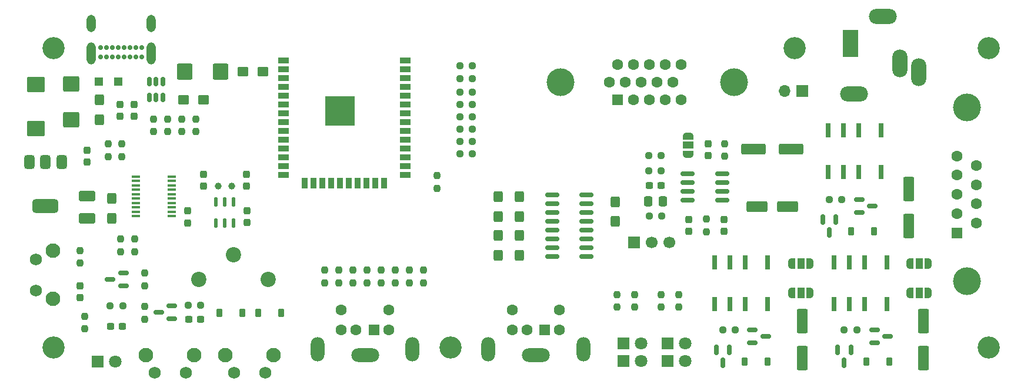
<source format=gts>
%TF.GenerationSoftware,KiCad,Pcbnew,9.0.6*%
%TF.CreationDate,2025-12-03T13:03:29+01:00*%
%TF.ProjectId,nTerm2-S FT231,6e546572-6d32-42d5-9320-46543233312e,0.11*%
%TF.SameCoordinates,Original*%
%TF.FileFunction,Soldermask,Top*%
%TF.FilePolarity,Negative*%
%FSLAX46Y46*%
G04 Gerber Fmt 4.6, Leading zero omitted, Abs format (unit mm)*
G04 Created by KiCad (PCBNEW 9.0.6) date 2025-12-03 13:03:29*
%MOMM*%
%LPD*%
G01*
G04 APERTURE LIST*
G04 Aperture macros list*
%AMRoundRect*
0 Rectangle with rounded corners*
0 $1 Rounding radius*
0 $2 $3 $4 $5 $6 $7 $8 $9 X,Y pos of 4 corners*
0 Add a 4 corners polygon primitive as box body*
4,1,4,$2,$3,$4,$5,$6,$7,$8,$9,$2,$3,0*
0 Add four circle primitives for the rounded corners*
1,1,$1+$1,$2,$3*
1,1,$1+$1,$4,$5*
1,1,$1+$1,$6,$7*
1,1,$1+$1,$8,$9*
0 Add four rect primitives between the rounded corners*
20,1,$1+$1,$2,$3,$4,$5,0*
20,1,$1+$1,$4,$5,$6,$7,0*
20,1,$1+$1,$6,$7,$8,$9,0*
20,1,$1+$1,$8,$9,$2,$3,0*%
%AMFreePoly0*
4,1,23,0.550000,-0.750000,0.000000,-0.750000,0.000000,-0.745722,-0.065263,-0.745722,-0.191342,-0.711940,-0.304381,-0.646677,-0.396677,-0.554381,-0.461940,-0.441342,-0.495722,-0.315263,-0.495722,-0.250000,-0.500000,-0.250000,-0.500000,0.250000,-0.495722,0.250000,-0.495722,0.315263,-0.461940,0.441342,-0.396677,0.554381,-0.304381,0.646677,-0.191342,0.711940,-0.065263,0.745722,0.000000,0.745722,
0.000000,0.750000,0.550000,0.750000,0.550000,-0.750000,0.550000,-0.750000,$1*%
%AMFreePoly1*
4,1,23,0.000000,0.745722,0.065263,0.745722,0.191342,0.711940,0.304381,0.646677,0.396677,0.554381,0.461940,0.441342,0.495722,0.315263,0.495722,0.250000,0.500000,0.250000,0.500000,-0.250000,0.495722,-0.250000,0.495722,-0.315263,0.461940,-0.441342,0.396677,-0.554381,0.304381,-0.646677,0.191342,-0.711940,0.065263,-0.745722,0.000000,-0.745722,0.000000,-0.750000,-0.550000,-0.750000,
-0.550000,0.750000,0.000000,0.750000,0.000000,0.745722,0.000000,0.745722,$1*%
G04 Aperture macros list end*
%ADD10RoundRect,0.250000X0.425000X-0.537500X0.425000X0.537500X-0.425000X0.537500X-0.425000X-0.537500X0*%
%ADD11RoundRect,0.237500X-0.237500X0.250000X-0.237500X-0.250000X0.237500X-0.250000X0.237500X0.250000X0*%
%ADD12C,3.200000*%
%ADD13RoundRect,0.237500X-0.250000X-0.237500X0.250000X-0.237500X0.250000X0.237500X-0.250000X0.237500X0*%
%ADD14FreePoly0,90.000000*%
%ADD15R,1.500000X1.000000*%
%ADD16FreePoly1,90.000000*%
%ADD17RoundRect,0.132500X0.132500X-0.532500X0.132500X0.532500X-0.132500X0.532500X-0.132500X-0.532500X0*%
%ADD18RoundRect,0.225000X-0.225000X-0.375000X0.225000X-0.375000X0.225000X0.375000X-0.225000X0.375000X0*%
%ADD19R,0.700000X2.000000*%
%ADD20C,1.750000*%
%ADD21C,2.100000*%
%ADD22R,1.700000X1.700000*%
%ADD23O,1.700000X1.700000*%
%ADD24R,1.500000X0.900000*%
%ADD25R,0.900000X1.500000*%
%ADD26C,0.600000*%
%ADD27R,4.200000X4.200000*%
%ADD28RoundRect,0.237500X0.237500X-0.250000X0.237500X0.250000X-0.237500X0.250000X-0.237500X-0.250000X0*%
%ADD29RoundRect,0.237500X-0.237500X0.300000X-0.237500X-0.300000X0.237500X-0.300000X0.237500X0.300000X0*%
%ADD30R,1.600000X1.600000*%
%ADD31C,1.600000*%
%ADD32O,2.000000X3.500000*%
%ADD33O,4.000000X2.000000*%
%ADD34RoundRect,0.250000X0.550000X-1.500000X0.550000X1.500000X-0.550000X1.500000X-0.550000X-1.500000X0*%
%ADD35RoundRect,0.237500X0.237500X-0.300000X0.237500X0.300000X-0.237500X0.300000X-0.237500X-0.300000X0*%
%ADD36R,1.800000X1.800000*%
%ADD37C,1.800000*%
%ADD38RoundRect,0.150000X-0.825000X-0.150000X0.825000X-0.150000X0.825000X0.150000X-0.825000X0.150000X0*%
%ADD39RoundRect,0.237500X0.250000X0.237500X-0.250000X0.237500X-0.250000X-0.237500X0.250000X-0.237500X0*%
%ADD40RoundRect,0.250000X-0.425000X0.537500X-0.425000X-0.537500X0.425000X-0.537500X0.425000X0.537500X0*%
%ADD41FreePoly0,0.000000*%
%ADD42R,1.000000X1.500000*%
%ADD43FreePoly1,0.000000*%
%ADD44RoundRect,0.237500X0.300000X0.237500X-0.300000X0.237500X-0.300000X-0.237500X0.300000X-0.237500X0*%
%ADD45RoundRect,0.225000X0.225000X0.375000X-0.225000X0.375000X-0.225000X-0.375000X0.225000X-0.375000X0*%
%ADD46RoundRect,0.375000X-0.375000X0.625000X-0.375000X-0.625000X0.375000X-0.625000X0.375000X0.625000X0*%
%ADD47RoundRect,0.500000X-1.400000X0.500000X-1.400000X-0.500000X1.400000X-0.500000X1.400000X0.500000X0*%
%ADD48RoundRect,0.250000X0.875000X0.925000X-0.875000X0.925000X-0.875000X-0.925000X0.875000X-0.925000X0*%
%ADD49RoundRect,0.250000X1.025000X-0.875000X1.025000X0.875000X-1.025000X0.875000X-1.025000X-0.875000X0*%
%ADD50RoundRect,0.150000X-0.587500X-0.150000X0.587500X-0.150000X0.587500X0.150000X-0.587500X0.150000X0*%
%ADD51RoundRect,0.237500X-0.300000X-0.237500X0.300000X-0.237500X0.300000X0.237500X-0.300000X0.237500X0*%
%ADD52RoundRect,0.150000X-0.150000X0.587500X-0.150000X-0.587500X0.150000X-0.587500X0.150000X0.587500X0*%
%ADD53RoundRect,0.150000X0.587500X0.150000X-0.587500X0.150000X-0.587500X-0.150000X0.587500X-0.150000X0*%
%ADD54C,0.700000*%
%ADD55O,1.300000X3.200000*%
%ADD56O,1.300000X2.500000*%
%ADD57RoundRect,0.250001X0.924999X-0.499999X0.924999X0.499999X-0.924999X0.499999X-0.924999X-0.499999X0*%
%ADD58C,2.200000*%
%ADD59RoundRect,0.150000X0.150000X-0.512500X0.150000X0.512500X-0.150000X0.512500X-0.150000X-0.512500X0*%
%ADD60C,4.000000*%
%ADD61RoundRect,0.250000X-1.250000X-0.550000X1.250000X-0.550000X1.250000X0.550000X-1.250000X0.550000X0*%
%ADD62RoundRect,0.250000X-1.500000X-0.550000X1.500000X-0.550000X1.500000X0.550000X-1.500000X0.550000X0*%
%ADD63C,1.700000*%
%ADD64RoundRect,0.250000X-0.337500X-0.475000X0.337500X-0.475000X0.337500X0.475000X-0.337500X0.475000X0*%
%ADD65RoundRect,0.250000X0.537500X0.425000X-0.537500X0.425000X-0.537500X-0.425000X0.537500X-0.425000X0*%
%ADD66O,2.200000X4.000000*%
%ADD67O,4.000000X2.200000*%
%ADD68R,2.200000X4.000000*%
%ADD69C,1.000000*%
%ADD70RoundRect,0.250000X0.925000X-0.875000X0.925000X0.875000X-0.925000X0.875000X-0.925000X-0.875000X0*%
%ADD71R,1.200000X0.400000*%
%ADD72R,1.200000X1.200000*%
G04 APERTURE END LIST*
D10*
%TO.C,C14*%
X87045800Y-85796400D03*
X87045800Y-88671400D03*
%TD*%
D11*
%TO.C,R42*%
X90297000Y-94027000D03*
X90297000Y-92202000D03*
%TD*%
%TO.C,R41*%
X88392000Y-94027000D03*
X88392000Y-92202000D03*
%TD*%
%TO.C,R28*%
X84266000Y-107528500D03*
X84266000Y-109353500D03*
%TD*%
D12*
%TO.C,H4*%
X215076000Y-121498500D03*
%TD*%
D13*
%TO.C,R2*%
X138956000Y-84668500D03*
X140781000Y-84668500D03*
%TD*%
D11*
%TO.C,R26*%
X96901000Y-88596000D03*
X96901000Y-90421000D03*
%TD*%
D13*
%TO.C,R33*%
X176792500Y-118999000D03*
X178617500Y-118999000D03*
%TD*%
D12*
%TO.C,H1*%
X80456000Y-78318500D03*
%TD*%
D14*
%TO.C,OPT1*%
X171856400Y-93644100D03*
D15*
X171856400Y-92344100D03*
D16*
X171856400Y-91044100D03*
%TD*%
D17*
%TO.C,U4*%
X103820000Y-103632000D03*
X105090000Y-103632000D03*
X106360000Y-103632000D03*
X106360000Y-100582000D03*
X105090000Y-100582000D03*
X103820000Y-100582000D03*
%TD*%
D11*
%TO.C,R18*%
X177088800Y-92140900D03*
X177088800Y-93965900D03*
%TD*%
D18*
%TO.C,D10*%
X179992000Y-123571000D03*
X183292000Y-123571000D03*
%TD*%
D19*
%TO.C,K1*%
X200471000Y-109268500D03*
X197271000Y-109268500D03*
X195071000Y-109268500D03*
X192871000Y-109268500D03*
X192871000Y-115268500D03*
X195071000Y-115268500D03*
X197271000Y-115268500D03*
X200471000Y-115268500D03*
%TD*%
D20*
%TO.C,SW2*%
X99506000Y-125172000D03*
X95006000Y-125172000D03*
D21*
X100756000Y-122682000D03*
X93746000Y-122682000D03*
%TD*%
D22*
%TO.C,J7*%
X188295200Y-84582000D03*
D23*
X185755200Y-84582000D03*
%TD*%
D11*
%TO.C,R17*%
X174436000Y-102997000D03*
X174436000Y-104822000D03*
%TD*%
D24*
%TO.C,U1*%
X113616000Y-80096500D03*
X113616000Y-81366500D03*
X113616000Y-82636500D03*
X113616000Y-83906500D03*
X113616000Y-85176500D03*
X113616000Y-86446500D03*
X113616000Y-87716500D03*
X113616000Y-88986500D03*
X113616000Y-90256500D03*
X113616000Y-91526500D03*
X113616000Y-92796500D03*
X113616000Y-94066500D03*
X113616000Y-95336500D03*
X113616000Y-96606500D03*
D25*
X116656000Y-97856500D03*
X117926000Y-97856500D03*
X119196000Y-97856500D03*
X120466000Y-97856500D03*
X121736000Y-97856500D03*
X123006000Y-97856500D03*
X124276000Y-97856500D03*
X125546000Y-97856500D03*
X126816000Y-97856500D03*
X128086000Y-97856500D03*
D24*
X131116000Y-96606500D03*
X131116000Y-95336500D03*
X131116000Y-94066500D03*
X131116000Y-92796500D03*
X131116000Y-91526500D03*
X131116000Y-90256500D03*
X131116000Y-88986500D03*
X131116000Y-87716500D03*
X131116000Y-86446500D03*
X131116000Y-85176500D03*
X131116000Y-83906500D03*
X131116000Y-82636500D03*
X131116000Y-81366500D03*
X131116000Y-80096500D03*
D26*
X120161000Y-86674000D03*
X120161000Y-88199000D03*
X120923500Y-85911500D03*
X120923500Y-87436500D03*
X120923500Y-88961500D03*
X121686000Y-86674000D03*
D27*
X121686000Y-87436500D03*
D26*
X121686000Y-88199000D03*
X122448500Y-85911500D03*
X122448500Y-87436500D03*
X122448500Y-88961500D03*
X123211000Y-86674000D03*
X123211000Y-88199000D03*
%TD*%
D28*
%TO.C,R14*%
X127635000Y-112188000D03*
X127635000Y-110363000D03*
%TD*%
D20*
%TO.C,SW1*%
X110936000Y-125172000D03*
X106436000Y-125172000D03*
D21*
X112186000Y-122682000D03*
X105176000Y-122682000D03*
%TD*%
D13*
%TO.C,R34*%
X192128500Y-100203000D03*
X193953500Y-100203000D03*
%TD*%
D29*
%TO.C,C6*%
X176976000Y-103047000D03*
X176976000Y-104772000D03*
%TD*%
D30*
%TO.C,J2*%
X126616000Y-118958500D03*
D31*
X124016000Y-118958500D03*
X128716000Y-118958500D03*
X121916000Y-118958500D03*
X128716000Y-116158500D03*
X121916000Y-116158500D03*
D32*
X118466000Y-121808500D03*
D33*
X125316000Y-122608500D03*
D32*
X132166000Y-121808500D03*
%TD*%
D34*
%TO.C,C25*%
X205740000Y-123096000D03*
X205740000Y-117696000D03*
%TD*%
D13*
%TO.C,R4*%
X138956000Y-88224500D03*
X140781000Y-88224500D03*
%TD*%
D35*
%TO.C,C30*%
X90043000Y-88212000D03*
X90043000Y-86487000D03*
%TD*%
D13*
%TO.C,R32*%
X194287500Y-118999000D03*
X196112500Y-118999000D03*
%TD*%
D35*
%TO.C,C29*%
X92075000Y-88212000D03*
X92075000Y-86487000D03*
%TD*%
D34*
%TO.C,C26*%
X188279000Y-123096000D03*
X188279000Y-117696000D03*
%TD*%
D36*
%TO.C,D11*%
X162498000Y-120988500D03*
D37*
X165038000Y-120988500D03*
D36*
X162498000Y-123528500D03*
D37*
X165038000Y-123528500D03*
%TD*%
D11*
%TO.C,R38*%
X170499000Y-113878500D03*
X170499000Y-115703500D03*
%TD*%
D38*
%TO.C,U2*%
X171778499Y-96520000D03*
X171778499Y-97790000D03*
X171778499Y-99060000D03*
X171778499Y-100330000D03*
X176728499Y-100330000D03*
X176728499Y-99060000D03*
X176728499Y-97790000D03*
X176728499Y-96520000D03*
%TD*%
D39*
%TO.C,R8*%
X140781000Y-80858500D03*
X138956000Y-80858500D03*
%TD*%
D29*
%TO.C,C24*%
X85344000Y-93093200D03*
X85344000Y-94818200D03*
%TD*%
D28*
%TO.C,R12*%
X121539000Y-112188000D03*
X121539000Y-110363000D03*
%TD*%
D40*
%TO.C,C10*%
X147574000Y-105369500D03*
X147574000Y-108244500D03*
%TD*%
D41*
%TO.C,OPT3*%
X203775000Y-113665000D03*
D42*
X205075000Y-113665000D03*
D43*
X206375000Y-113665000D03*
%TD*%
D28*
%TO.C,R40*%
X92202000Y-107743000D03*
X92202000Y-105918000D03*
%TD*%
D36*
%TO.C,D12*%
X168848000Y-120988500D03*
D37*
X171388000Y-120988500D03*
D36*
X168848000Y-123528500D03*
D37*
X171388000Y-123528500D03*
%TD*%
D11*
%TO.C,R29*%
X94869000Y-88596000D03*
X94869000Y-90421000D03*
%TD*%
D41*
%TO.C,OPT2*%
X203775000Y-109474000D03*
D42*
X205075000Y-109474000D03*
D43*
X206375000Y-109474000D03*
%TD*%
D30*
%TO.C,J3*%
X151217000Y-118958500D03*
D31*
X148617000Y-118958500D03*
X153317000Y-118958500D03*
X146517000Y-118958500D03*
X153317000Y-116158500D03*
X146517000Y-116158500D03*
D32*
X143067000Y-121808500D03*
D33*
X149917000Y-122608500D03*
D32*
X156767000Y-121808500D03*
%TD*%
D44*
%TO.C,C16*%
X90424000Y-118491000D03*
X88699000Y-118491000D03*
%TD*%
D45*
%TO.C,D9*%
X107694000Y-116586000D03*
X104394000Y-116586000D03*
%TD*%
D46*
%TO.C,U5*%
X81637500Y-94817800D03*
X79337500Y-94817800D03*
D47*
X79337500Y-101117800D03*
D46*
X77037500Y-94817800D03*
%TD*%
D48*
%TO.C,C18*%
X104498050Y-81788000D03*
X99398050Y-81788000D03*
%TD*%
D13*
%TO.C,R25*%
X88646000Y-115570000D03*
X90471000Y-115570000D03*
%TD*%
D35*
%TO.C,C31*%
X108265000Y-98298000D03*
X108265000Y-96573000D03*
%TD*%
D13*
%TO.C,R20*%
X166143000Y-96052500D03*
X167968000Y-96052500D03*
%TD*%
D38*
%TO.C,U3*%
X152276000Y-99527500D03*
X152276000Y-100797500D03*
X152276000Y-102067500D03*
X152276000Y-103337500D03*
X152276000Y-104607500D03*
X152276000Y-105877500D03*
X152276000Y-107147500D03*
X152276000Y-108417500D03*
X157226000Y-108417500D03*
X157226000Y-107147500D03*
X157226000Y-105877500D03*
X157226000Y-104607500D03*
X157226000Y-103337500D03*
X157226000Y-102067500D03*
X157226000Y-100797500D03*
X157226000Y-99527500D03*
%TD*%
D12*
%TO.C,H3*%
X80456000Y-121498500D03*
%TD*%
D41*
%TO.C,OPT5*%
X186757000Y-113665000D03*
D42*
X188057000Y-113665000D03*
D43*
X189357000Y-113665000D03*
%TD*%
D12*
%TO.C,H6*%
X137606000Y-121498500D03*
%TD*%
D49*
%TO.C,C23*%
X77901800Y-89966800D03*
X77901800Y-83566800D03*
%TD*%
D40*
%TO.C,C9*%
X144526000Y-105369500D03*
X144526000Y-108244500D03*
%TD*%
D50*
%TO.C,Q5*%
X196438000Y-100183000D03*
X196438000Y-102083000D03*
X198313000Y-101133000D03*
%TD*%
D51*
%TO.C,C15*%
X99949000Y-117475000D03*
X101674000Y-117475000D03*
%TD*%
D19*
%TO.C,K2*%
X183250500Y-109268500D03*
X180050500Y-109268500D03*
X177850500Y-109268500D03*
X175650500Y-109268500D03*
X175650500Y-115268500D03*
X177850500Y-115268500D03*
X180050500Y-115268500D03*
X183250500Y-115268500D03*
%TD*%
D10*
%TO.C,C21*%
X88823800Y-102874800D03*
X88823800Y-99999800D03*
%TD*%
D52*
%TO.C,Q6*%
X195261000Y-121871500D03*
X193361000Y-121871500D03*
X194311000Y-123746500D03*
%TD*%
D53*
%TO.C,Q2*%
X97506000Y-117409000D03*
X97506000Y-115509000D03*
X95631000Y-116459000D03*
%TD*%
D54*
%TO.C,J6*%
X93176000Y-79588500D03*
X92326000Y-79588500D03*
X91476000Y-79588500D03*
X90626000Y-79588500D03*
X89776000Y-79588500D03*
X88926000Y-79588500D03*
X88076000Y-79588500D03*
X87226000Y-79588500D03*
X87226000Y-78238500D03*
X88076000Y-78238500D03*
X88926000Y-78238500D03*
X89776000Y-78238500D03*
X90626000Y-78238500D03*
X91476000Y-78238500D03*
X92326000Y-78238500D03*
X93176000Y-78238500D03*
D55*
X94521000Y-79088500D03*
D56*
X94516000Y-74783500D03*
D55*
X85881000Y-79088500D03*
D56*
X85881000Y-74788500D03*
%TD*%
D28*
%TO.C,R31*%
X100965000Y-90421000D03*
X100965000Y-88596000D03*
%TD*%
D52*
%TO.C,Q7*%
X177766000Y-121871500D03*
X175866000Y-121871500D03*
X176816000Y-123746500D03*
%TD*%
D40*
%TO.C,C12*%
X161355000Y-100503000D03*
X161355000Y-103378000D03*
%TD*%
D29*
%TO.C,C33*%
X108331000Y-101780000D03*
X108331000Y-103505000D03*
%TD*%
D41*
%TO.C,OPT4*%
X186757000Y-109474000D03*
D42*
X188057000Y-109474000D03*
D43*
X189357000Y-109474000D03*
%TD*%
D57*
%TO.C,C20*%
X85293200Y-102919600D03*
X85293200Y-99669600D03*
%TD*%
D20*
%TO.C,SW3*%
X77916000Y-113298500D03*
X77916000Y-108798500D03*
D21*
X80406000Y-114548500D03*
X80406000Y-107538500D03*
%TD*%
D11*
%TO.C,R39*%
X90170000Y-105918000D03*
X90170000Y-107743000D03*
%TD*%
D35*
%TO.C,C5*%
X174675800Y-93865900D03*
X174675800Y-92140900D03*
%TD*%
D13*
%TO.C,R5*%
X138956000Y-93558500D03*
X140781000Y-93558500D03*
%TD*%
D58*
%TO.C,BAT1*%
X111379000Y-111760000D03*
X106379000Y-108160000D03*
X101379000Y-111760000D03*
%TD*%
D36*
%TO.C,D4*%
X86824750Y-123598500D03*
D37*
X89364750Y-123598500D03*
%TD*%
D59*
%TO.C,U6*%
X94300000Y-85460000D03*
X95250000Y-85460000D03*
X96200000Y-85460000D03*
X96200000Y-83185000D03*
X95250000Y-83185000D03*
X94300000Y-83185000D03*
%TD*%
D60*
%TO.C,J5*%
X211940000Y-111948500D03*
X211940000Y-86948500D03*
D30*
X210520000Y-104988500D03*
D31*
X210520000Y-102218500D03*
X210520000Y-99448500D03*
X210520000Y-96678500D03*
X210520000Y-93908500D03*
X213360000Y-103603500D03*
X213360000Y-100833500D03*
X213360000Y-98063500D03*
X213360000Y-95293500D03*
%TD*%
D61*
%TO.C,C2*%
X181767499Y-101178500D03*
X186167499Y-101178500D03*
%TD*%
D13*
%TO.C,R3*%
X138956000Y-90002500D03*
X140781000Y-90002500D03*
%TD*%
D62*
%TO.C,C1*%
X181267499Y-92923500D03*
X186667499Y-92923500D03*
%TD*%
D40*
%TO.C,C8*%
X144526000Y-99781500D03*
X144526000Y-102656500D03*
%TD*%
D12*
%TO.C,H2*%
X215076000Y-78318500D03*
%TD*%
D60*
%TO.C,J1*%
X178478000Y-83312000D03*
X153478000Y-83312000D03*
D30*
X161663000Y-85852000D03*
D31*
X163953000Y-85852000D03*
X166243000Y-85852000D03*
X168533000Y-85852000D03*
X170823000Y-85852000D03*
X160518000Y-83312000D03*
X162808000Y-83312000D03*
X165098000Y-83312000D03*
X167388000Y-83312000D03*
X169678000Y-83312000D03*
X161663000Y-80772000D03*
X163953000Y-80772000D03*
X166243000Y-80772000D03*
X168533000Y-80772000D03*
X170823000Y-80772000D03*
%TD*%
D39*
%TO.C,R21*%
X167977500Y-93857185D03*
X166152500Y-93857185D03*
%TD*%
D11*
%TO.C,R37*%
X167959000Y-113878500D03*
X167959000Y-115703500D03*
%TD*%
%TO.C,R36*%
X164149000Y-113878500D03*
X164149000Y-115703500D03*
%TD*%
D22*
%TO.C,J8*%
X164084000Y-106426000D03*
D63*
X166624000Y-106426000D03*
X169164000Y-106426000D03*
%TD*%
D28*
%TO.C,R22*%
X93599000Y-112649000D03*
X93599000Y-110824000D03*
%TD*%
D34*
%TO.C,C27*%
X203581000Y-104046000D03*
X203581000Y-98646000D03*
%TD*%
D28*
%TO.C,R15*%
X129667000Y-112188000D03*
X129667000Y-110363000D03*
%TD*%
D51*
%TO.C,C7*%
X166243000Y-98211500D03*
X167968000Y-98211500D03*
%TD*%
D28*
%TO.C,R9*%
X119507000Y-112188000D03*
X119507000Y-110363000D03*
%TD*%
D19*
%TO.C,K3*%
X199604750Y-90225500D03*
X196404750Y-90225500D03*
X194204750Y-90225500D03*
X192004750Y-90225500D03*
X192004750Y-96225500D03*
X194204750Y-96225500D03*
X196404750Y-96225500D03*
X199604750Y-96225500D03*
%TD*%
D35*
%TO.C,C28*%
X99822000Y-103579000D03*
X99822000Y-101854000D03*
%TD*%
D40*
%TO.C,C11*%
X147574000Y-99781500D03*
X147574000Y-102656500D03*
%TD*%
D18*
%TO.C,D6*%
X197487000Y-123571000D03*
X200787000Y-123571000D03*
%TD*%
D64*
%TO.C,C3*%
X166116000Y-100457000D03*
X168191000Y-100457000D03*
%TD*%
D28*
%TO.C,R13*%
X131699000Y-112188000D03*
X131699000Y-110363000D03*
%TD*%
D65*
%TO.C,C19*%
X110617000Y-81788000D03*
X107742000Y-81788000D03*
%TD*%
D66*
%TO.C,J4*%
X205036000Y-81793000D03*
X202336000Y-80593000D03*
D67*
X199836000Y-73793000D03*
D68*
X195236000Y-77693000D03*
D67*
X195736000Y-84993000D03*
%TD*%
D53*
%TO.C,Q1*%
X90521000Y-112649000D03*
X90521000Y-110749000D03*
X88646000Y-111699000D03*
%TD*%
D35*
%TO.C,C4*%
X171896000Y-104772000D03*
X171896000Y-103047000D03*
%TD*%
D69*
%TO.C,Y1*%
X106106000Y-98298000D03*
X104206000Y-98298000D03*
%TD*%
D70*
%TO.C,C13*%
X82996000Y-88656000D03*
X82996000Y-83556000D03*
%TD*%
D71*
%TO.C,U7*%
X97536000Y-102616000D03*
X97536000Y-101981000D03*
X97536000Y-101346000D03*
X97536000Y-100711000D03*
X97536000Y-100076000D03*
X97536000Y-99441000D03*
X97536000Y-98806000D03*
X97536000Y-98171000D03*
X97536000Y-97536000D03*
X97536000Y-96901000D03*
X92336000Y-96901000D03*
X92336000Y-97536000D03*
X92336000Y-98171000D03*
X92336000Y-98806000D03*
X92336000Y-99441000D03*
X92336000Y-100076000D03*
X92336000Y-100711000D03*
X92336000Y-101346000D03*
X92336000Y-101981000D03*
X92336000Y-102616000D03*
%TD*%
D29*
%TO.C,C22*%
X84266000Y-112608500D03*
X84266000Y-114333500D03*
%TD*%
D50*
%TO.C,Q3*%
X198645500Y-118983500D03*
X198645500Y-120883500D03*
X200520500Y-119933500D03*
%TD*%
D28*
%TO.C,R23*%
X93599000Y-117475000D03*
X93599000Y-115650000D03*
%TD*%
D13*
%TO.C,R6*%
X138956000Y-91780500D03*
X140781000Y-91780500D03*
%TD*%
D28*
%TO.C,R43*%
X98933000Y-90421000D03*
X98933000Y-88596000D03*
%TD*%
%TO.C,R27*%
X135701000Y-98558500D03*
X135701000Y-96733500D03*
%TD*%
D11*
%TO.C,R35*%
X161609000Y-113878500D03*
X161609000Y-115703500D03*
%TD*%
D28*
%TO.C,R16*%
X133731000Y-112188000D03*
X133731000Y-110363000D03*
%TD*%
%TO.C,R10*%
X123571000Y-112188000D03*
X123571000Y-110363000D03*
%TD*%
D39*
%TO.C,R7*%
X140781000Y-82763500D03*
X138956000Y-82763500D03*
%TD*%
D72*
%TO.C,D3*%
X89795000Y-83185000D03*
X86995000Y-83185000D03*
%TD*%
D13*
%TO.C,R1*%
X138956000Y-86446500D03*
X140781000Y-86446500D03*
%TD*%
D11*
%TO.C,R30*%
X84963000Y-117047000D03*
X84963000Y-118872000D03*
%TD*%
D13*
%TO.C,R19*%
X166243000Y-102616000D03*
X168068000Y-102616000D03*
%TD*%
D65*
%TO.C,C17*%
X102108000Y-85852000D03*
X99233000Y-85852000D03*
%TD*%
D35*
%TO.C,C32*%
X102042000Y-98298000D03*
X102042000Y-96573000D03*
%TD*%
D52*
%TO.C,Q8*%
X193102000Y-103075500D03*
X191202000Y-103075500D03*
X192152000Y-104950500D03*
%TD*%
D12*
%TO.C,H5*%
X187136000Y-78318500D03*
%TD*%
D13*
%TO.C,R24*%
X99849000Y-115443000D03*
X101674000Y-115443000D03*
%TD*%
D18*
%TO.C,D8*%
X195328000Y-104775000D03*
X198628000Y-104775000D03*
%TD*%
D28*
%TO.C,R11*%
X125603000Y-112188000D03*
X125603000Y-110363000D03*
%TD*%
D18*
%TO.C,D1*%
X109984000Y-116586000D03*
X113284000Y-116586000D03*
%TD*%
D50*
%TO.C,Q4*%
X181102000Y-118958500D03*
X181102000Y-120858500D03*
X182977000Y-119908500D03*
%TD*%
M02*

</source>
